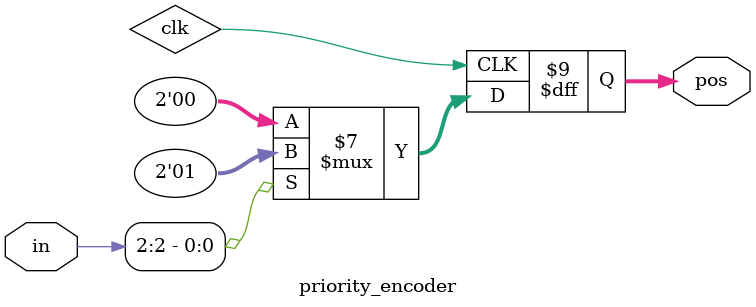
<source format=v>
module priority_encoder( 
input [2:0] in,
output reg [1:0] pos ); 
// When sel=1, assign b to out
// When sel=0, assign a to out
always @(posedge clk) begin
  if (in[2]) pos <= 1'd1;
  else if (in[1]) pos <= 1'd0;
  else if (in[0]) pos <= 1'd0;
  else pos <= 1'd0;
end
endmodule

</source>
